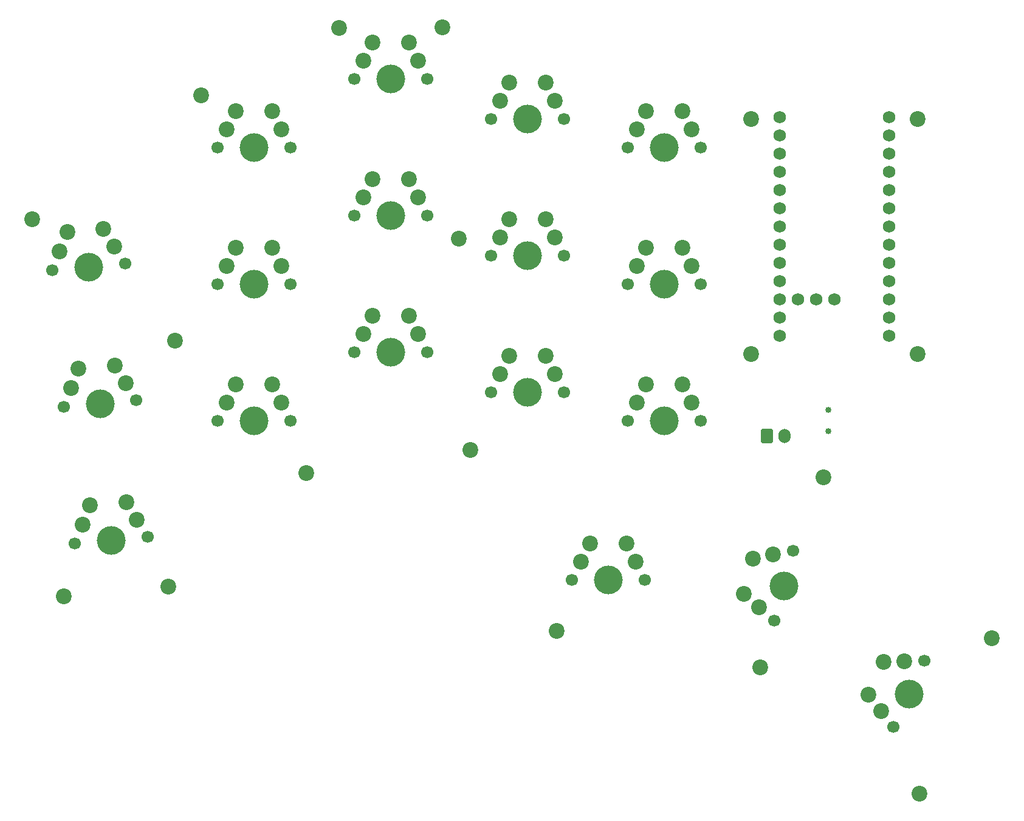
<source format=gbr>
%TF.GenerationSoftware,KiCad,Pcbnew,(6.0.4)*%
%TF.CreationDate,2022-05-15T23:19:09+02:00*%
%TF.ProjectId,Diom-35SP_PCB,44696f6d-2d33-4355-9350-5f5043422e6b,rev?*%
%TF.SameCoordinates,Original*%
%TF.FileFunction,Soldermask,Top*%
%TF.FilePolarity,Negative*%
%FSLAX46Y46*%
G04 Gerber Fmt 4.6, Leading zero omitted, Abs format (unit mm)*
G04 Created by KiCad (PCBNEW (6.0.4)) date 2022-05-15 23:19:09*
%MOMM*%
%LPD*%
G01*
G04 APERTURE LIST*
G04 Aperture macros list*
%AMRoundRect*
0 Rectangle with rounded corners*
0 $1 Rounding radius*
0 $2 $3 $4 $5 $6 $7 $8 $9 X,Y pos of 4 corners*
0 Add a 4 corners polygon primitive as box body*
4,1,4,$2,$3,$4,$5,$6,$7,$8,$9,$2,$3,0*
0 Add four circle primitives for the rounded corners*
1,1,$1+$1,$2,$3*
1,1,$1+$1,$4,$5*
1,1,$1+$1,$6,$7*
1,1,$1+$1,$8,$9*
0 Add four rect primitives between the rounded corners*
20,1,$1+$1,$2,$3,$4,$5,0*
20,1,$1+$1,$4,$5,$6,$7,0*
20,1,$1+$1,$6,$7,$8,$9,0*
20,1,$1+$1,$8,$9,$2,$3,0*%
G04 Aperture macros list end*
%ADD10C,1.700000*%
%ADD11C,4.000000*%
%ADD12C,2.200000*%
%ADD13RoundRect,0.250000X-0.600000X-0.750000X0.600000X-0.750000X0.600000X0.750000X-0.600000X0.750000X0*%
%ADD14O,1.700000X2.000000*%
%ADD15C,1.752600*%
%ADD16C,0.850000*%
G04 APERTURE END LIST*
D10*
%TO.C,MX15*%
X168592500Y-88900000D03*
X158432500Y-88900000D03*
D11*
X163512500Y-88900000D03*
D12*
X166052500Y-83820000D03*
X160972500Y-83820000D03*
X159702500Y-86360000D03*
X167322500Y-86360000D03*
%TD*%
D10*
%TO.C,MX2*%
X101282500Y-50800000D03*
D11*
X106362500Y-50800000D03*
D10*
X111442500Y-50800000D03*
D12*
X108902500Y-45720000D03*
X103822500Y-45720000D03*
X102552500Y-48260000D03*
X110172500Y-48260000D03*
%TD*%
D10*
%TO.C,MX16*%
X160813750Y-111125000D03*
X150653750Y-111125000D03*
D11*
X155733750Y-111125000D03*
D12*
X158273750Y-106045000D03*
X153193750Y-106045000D03*
X151923750Y-108585000D03*
X159543750Y-108585000D03*
%TD*%
D10*
%TO.C,MX7*%
X101282500Y-69850000D03*
D11*
X106362500Y-69850000D03*
D10*
X111442500Y-69850000D03*
D12*
X108902500Y-64770000D03*
X103822500Y-64770000D03*
X110172500Y-67310000D03*
X102552500Y-67310000D03*
%TD*%
%TO.C,H8*%
X175641000Y-79629000D03*
%TD*%
D10*
%TO.C,MX14*%
X149542500Y-84931250D03*
D11*
X144462500Y-84931250D03*
D10*
X139382500Y-84931250D03*
D12*
X147002500Y-79851250D03*
X141922500Y-79851250D03*
X148272500Y-82391250D03*
X140652500Y-82391250D03*
%TD*%
D10*
%TO.C,MX1*%
X78283081Y-67911501D03*
D11*
X83343750Y-67468750D03*
D10*
X88404419Y-67025999D03*
D12*
X80370664Y-62629457D03*
X85431333Y-62186705D03*
X79326873Y-65270479D03*
X86917876Y-64606352D03*
%TD*%
D13*
%TO.C,J1*%
X177820000Y-91051500D03*
D14*
X180320000Y-91051500D03*
%TD*%
D12*
%TO.C,H12*%
X176911000Y-123317000D03*
%TD*%
%TO.C,H13*%
X134937500Y-63500000D03*
%TD*%
%TO.C,H11*%
X185737500Y-96837500D03*
%TD*%
D11*
%TO.C,MX6*%
X84931250Y-86518750D03*
D10*
X89991919Y-86075999D03*
X79870581Y-86961501D03*
D12*
X81958164Y-81679457D03*
X87018833Y-81236705D03*
X80914373Y-84320479D03*
X88505376Y-83656352D03*
%TD*%
%TO.C,H2*%
X79900000Y-113400000D03*
%TD*%
%TO.C,H6*%
X113700000Y-96200000D03*
%TD*%
D10*
%TO.C,MX5*%
X168592500Y-50800000D03*
X158432500Y-50800000D03*
D11*
X163512500Y-50800000D03*
D12*
X160972500Y-45720000D03*
X166052500Y-45720000D03*
X159702500Y-48260000D03*
X167322500Y-48260000D03*
%TD*%
%TO.C,H9*%
X198882000Y-46863000D03*
%TD*%
%TO.C,H17*%
X95377000Y-77724000D03*
%TD*%
D10*
%TO.C,MX9*%
X149542500Y-65881250D03*
D11*
X144462500Y-65881250D03*
D10*
X139382500Y-65881250D03*
D12*
X141922500Y-60801250D03*
X147002500Y-60801250D03*
X148272500Y-63341250D03*
X140652500Y-63341250D03*
%TD*%
D10*
%TO.C,MX17*%
X181496051Y-107011847D03*
X178866449Y-116825653D03*
D11*
X180181250Y-111918750D03*
X180181250Y-111918750D03*
D12*
X175931747Y-108150498D03*
X174616946Y-113057401D03*
X178713899Y-107581172D03*
X176741698Y-114941527D03*
%TD*%
D11*
%TO.C,MX3*%
X125412500Y-41275000D03*
D10*
X130492500Y-41275000D03*
X120332500Y-41275000D03*
D12*
X122872500Y-36195000D03*
X127952500Y-36195000D03*
X121602500Y-38735000D03*
X129222500Y-38735000D03*
%TD*%
%TO.C,H7*%
X175641000Y-46863000D03*
%TD*%
D10*
%TO.C,MX13*%
X130492500Y-79375000D03*
D11*
X125412500Y-79375000D03*
D10*
X120332500Y-79375000D03*
D12*
X122872500Y-74295000D03*
X127952500Y-74295000D03*
X129222500Y-76835000D03*
X121602500Y-76835000D03*
%TD*%
%TO.C,H1*%
X75500000Y-60800000D03*
%TD*%
%TO.C,H4*%
X199100000Y-140900000D03*
%TD*%
D15*
%TO.C,U1*%
X179627831Y-49135500D03*
X179627831Y-51675500D03*
X179627831Y-54215500D03*
X179627831Y-56755500D03*
X179627831Y-59295500D03*
X179627831Y-61835500D03*
X179627831Y-64375500D03*
X179627831Y-66915500D03*
X179627831Y-69455500D03*
X179627831Y-71995500D03*
X179627831Y-74535500D03*
X179627831Y-77075500D03*
X194867831Y-77075500D03*
X194867831Y-74535500D03*
X194867831Y-71995500D03*
X194867831Y-69455500D03*
X194867831Y-66915500D03*
X194867831Y-64375500D03*
X194867831Y-61835500D03*
X194867831Y-59295500D03*
X194867831Y-56755500D03*
X194867831Y-54215500D03*
X194867831Y-51675500D03*
X194867831Y-49135500D03*
X179627831Y-46595500D03*
X182167831Y-71995500D03*
X184707831Y-71995500D03*
X187247831Y-71995500D03*
X194867831Y-46595500D03*
%TD*%
D12*
%TO.C,H18*%
X99060000Y-43561000D03*
%TD*%
D10*
%TO.C,MX12*%
X111442500Y-88900000D03*
X101282500Y-88900000D03*
D11*
X106362500Y-88900000D03*
D12*
X108902500Y-83820000D03*
X103822500Y-83820000D03*
X110172500Y-86360000D03*
X102552500Y-86360000D03*
%TD*%
%TO.C,H3*%
X209200000Y-119200000D03*
%TD*%
%TO.C,H14*%
X148590000Y-118237000D03*
%TD*%
D10*
%TO.C,MX18*%
X199790651Y-122395956D03*
X195496849Y-131604044D03*
D11*
X197643750Y-127000000D03*
X197643750Y-127000000D03*
D12*
X194113157Y-122551077D03*
X191966256Y-127155121D03*
X196951904Y-122473517D03*
X193731553Y-129379582D03*
%TD*%
D10*
%TO.C,MX4*%
X149542500Y-46831250D03*
X139382500Y-46831250D03*
D11*
X144462500Y-46831250D03*
D12*
X147002500Y-41751250D03*
X141922500Y-41751250D03*
X148272500Y-44291250D03*
X140652500Y-44291250D03*
%TD*%
%TO.C,H10*%
X198882000Y-79629000D03*
%TD*%
D10*
%TO.C,MX10*%
X168592500Y-69850000D03*
X158432500Y-69850000D03*
D11*
X163512500Y-69850000D03*
D12*
X160972500Y-64770000D03*
X166052500Y-64770000D03*
X159702500Y-67310000D03*
X167322500Y-67310000D03*
%TD*%
%TO.C,H16*%
X136525000Y-92964000D03*
%TD*%
D10*
%TO.C,MX8*%
X120332500Y-60325000D03*
D11*
X125412500Y-60325000D03*
D10*
X130492500Y-60325000D03*
D12*
X122872500Y-55245000D03*
X127952500Y-55245000D03*
X129222500Y-57785000D03*
X121602500Y-57785000D03*
%TD*%
%TO.C,H19*%
X94488000Y-112014000D03*
%TD*%
D10*
%TO.C,MX11*%
X81458081Y-106011501D03*
D11*
X86518750Y-105568750D03*
D10*
X91579419Y-105125999D03*
D12*
X83545664Y-100729457D03*
X88606333Y-100286705D03*
X90092876Y-102706352D03*
X82501873Y-103370479D03*
%TD*%
%TO.C,H15*%
X118237000Y-34163000D03*
%TD*%
%TO.C,H5*%
X132600000Y-34100000D03*
%TD*%
D16*
%TO.C,SW1*%
X186436000Y-90400000D03*
X186436000Y-87400000D03*
%TD*%
M02*

</source>
